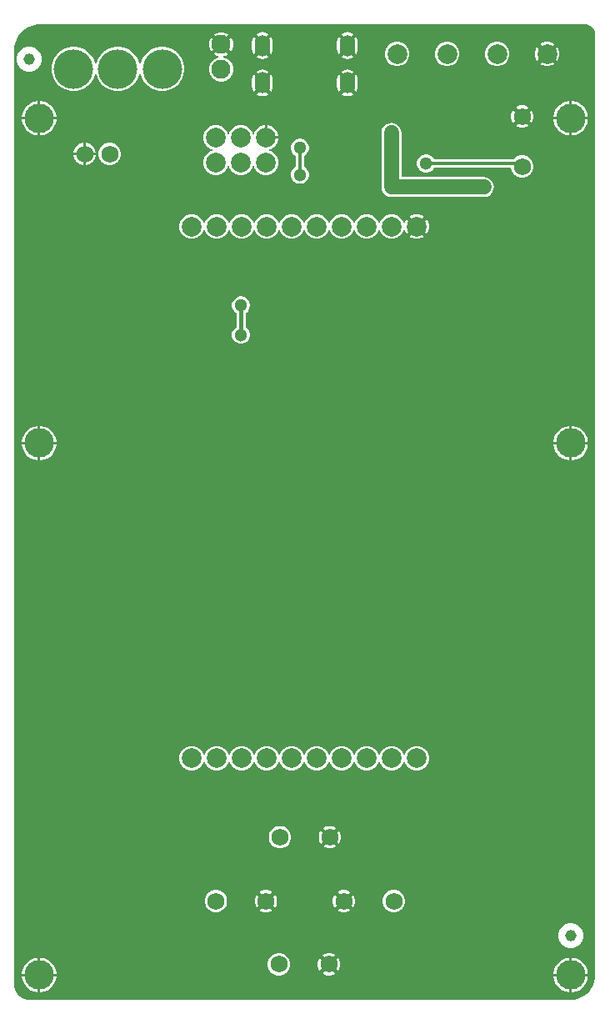
<source format=gbr>
%TF.GenerationSoftware,Altium Limited,Altium Designer,24.0.1 (36)*%
G04 Layer_Physical_Order=2*
G04 Layer_Color=16711680*
%FSLAX45Y45*%
%MOMM*%
%TF.SameCoordinates,EF88BD92-104B-4C59-846E-D9FF23BA8C3F*%
%TF.FilePolarity,Positive*%
%TF.FileFunction,Copper,L2,Bot,Signal*%
%TF.Part,Single*%
G01*
G75*
%TA.AperFunction,Conductor*%
%ADD23C,0.30000*%
%ADD24C,1.50000*%
%ADD25C,0.40000*%
%TA.AperFunction,WasherPad*%
%ADD26C,1.15200*%
%TA.AperFunction,ComponentPad*%
%ADD27C,1.75000*%
%TA.AperFunction,ViaPad*%
%ADD28C,3.00000*%
%TA.AperFunction,ComponentPad*%
%ADD29C,2.00000*%
%ADD30C,1.95000*%
%ADD31O,1.60000X2.20000*%
%ADD32C,4.00000*%
%TA.AperFunction,ViaPad*%
%ADD33C,1.30000*%
G36*
X5879169Y9946157D02*
X5897368Y9938619D01*
X5913746Y9927675D01*
X5927675Y9913746D01*
X5938619Y9897368D01*
X5946157Y9879169D01*
X5950000Y9859849D01*
Y9850000D01*
Y300000D01*
Y275377D01*
X5940392Y227078D01*
X5921547Y181580D01*
X5894188Y140634D01*
X5859366Y105812D01*
X5818419Y78453D01*
X5772922Y59607D01*
X5724623Y50000D01*
X185226D01*
X156247Y55764D01*
X128948Y67071D01*
X104381Y83487D01*
X83487Y104381D01*
X67071Y128948D01*
X55764Y156247D01*
X50000Y185226D01*
Y200000D01*
Y9700000D01*
Y9724623D01*
X59607Y9772922D01*
X78453Y9818419D01*
X105812Y9859366D01*
X140634Y9894187D01*
X181580Y9921547D01*
X227078Y9940392D01*
X275377Y9950000D01*
X5859849D01*
X5879169Y9946157D01*
D02*
G37*
%LPC*%
G36*
X3432000Y9874310D02*
X3404485Y9870687D01*
X3378845Y9860067D01*
X3372832Y9855453D01*
X3432000Y9796284D01*
X3491169Y9855452D01*
X3485154Y9860067D01*
X3459515Y9870687D01*
X3432000Y9874310D01*
D02*
G37*
G36*
X2568000D02*
X2540485Y9870687D01*
X2514845Y9860067D01*
X2508832Y9855453D01*
X2568000Y9796284D01*
X2627169Y9855452D01*
X2621155Y9860067D01*
X2595515Y9870687D01*
X2568000Y9874310D01*
D02*
G37*
G36*
X2166180Y9872900D02*
X2133820D01*
X2102562Y9864525D01*
X2077963Y9850322D01*
X2150000Y9778285D01*
X2222037Y9850322D01*
X2197438Y9864525D01*
X2166180Y9872900D01*
D02*
G37*
G36*
X5477509Y9777400D02*
X5444491D01*
X5412598Y9768854D01*
X5387132Y9754152D01*
X5461000Y9680284D01*
X5534868Y9754152D01*
X5509402Y9768854D01*
X5477509Y9777400D01*
D02*
G37*
G36*
X2250322Y9822038D02*
X2178285Y9750001D01*
X2250322Y9677963D01*
X2264525Y9702563D01*
X2272900Y9733820D01*
Y9766180D01*
X2264525Y9797438D01*
X2250322Y9822038D01*
D02*
G37*
G36*
X2049678D02*
X2035475Y9797438D01*
X2027100Y9766180D01*
Y9733820D01*
X2035475Y9702563D01*
X2049678Y9677963D01*
X2121716Y9750001D01*
X2049678Y9822038D01*
D02*
G37*
G36*
X3344547Y9827168D02*
X3339933Y9821155D01*
X3329313Y9795515D01*
X3325690Y9768000D01*
Y9708000D01*
X3329313Y9680485D01*
X3339933Y9654845D01*
X3344548Y9648831D01*
X3417858Y9722142D01*
X3432000Y9707999D01*
X3446142Y9722142D01*
X3519452Y9648832D01*
X3524066Y9654845D01*
X3534687Y9680485D01*
X3538309Y9708000D01*
Y9768000D01*
X3534687Y9795515D01*
X3524066Y9821155D01*
X3519453Y9827168D01*
X3446142Y9753858D01*
X3432000Y9768000D01*
X3417858Y9753858D01*
X3344547Y9827168D01*
D02*
G37*
G36*
X2480547D02*
X2475933Y9821155D01*
X2465313Y9795515D01*
X2461691Y9768000D01*
Y9708000D01*
X2465313Y9680485D01*
X2475933Y9654845D01*
X2480548Y9648831D01*
X2553858Y9722142D01*
X2568000Y9707999D01*
X2582143Y9722142D01*
X2655452Y9648832D01*
X2660067Y9654845D01*
X2670687Y9680485D01*
X2674309Y9708000D01*
Y9768000D01*
X2670687Y9795515D01*
X2660067Y9821155D01*
X2655453Y9827168D01*
X2582143Y9753858D01*
X2568000Y9768000D01*
X2553858Y9753858D01*
X2480547Y9827168D01*
D02*
G37*
G36*
X3432000Y9679715D02*
X3372832Y9620547D01*
X3378845Y9615933D01*
X3404485Y9605313D01*
X3432000Y9601690D01*
X3459515Y9605313D01*
X3485154Y9615933D01*
X3491168Y9620547D01*
X3432000Y9679715D01*
D02*
G37*
G36*
X2568000D02*
X2508833Y9620547D01*
X2514845Y9615933D01*
X2540485Y9605313D01*
X2568000Y9601690D01*
X2595515Y9605313D01*
X2621155Y9615933D01*
X2627168Y9620547D01*
X2568000Y9679715D01*
D02*
G37*
G36*
X5563152Y9725868D02*
X5489284Y9652000D01*
X5563152Y9578132D01*
X5577854Y9603598D01*
X5586400Y9635491D01*
Y9668509D01*
X5577854Y9700402D01*
X5563152Y9725868D01*
D02*
G37*
G36*
X5358848Y9725868D02*
X5344146Y9700402D01*
X5335600Y9668509D01*
Y9635491D01*
X5344146Y9603598D01*
X5358848Y9578132D01*
X5432716Y9652000D01*
X5358848Y9725868D01*
D02*
G37*
G36*
X1572200Y9725400D02*
X1527800D01*
X1484254Y9716738D01*
X1443233Y9699747D01*
X1406316Y9675080D01*
X1374921Y9643684D01*
X1350253Y9606767D01*
X1333262Y9565747D01*
X1331350Y9556134D01*
X1318650D01*
X1316738Y9565747D01*
X1299747Y9606767D01*
X1275080Y9643684D01*
X1243684Y9675080D01*
X1206767Y9699747D01*
X1165747Y9716738D01*
X1122200Y9725400D01*
X1077800D01*
X1034253Y9716738D01*
X993233Y9699747D01*
X956316Y9675080D01*
X924920Y9643684D01*
X900253Y9606767D01*
X883262Y9565747D01*
X881350Y9556134D01*
X868650D01*
X866738Y9565747D01*
X849747Y9606767D01*
X825080Y9643684D01*
X793684Y9675080D01*
X756767Y9699747D01*
X715747Y9716738D01*
X672200Y9725400D01*
X627800D01*
X584253Y9716738D01*
X543233Y9699747D01*
X506316Y9675080D01*
X474920Y9643684D01*
X450253Y9606767D01*
X433262Y9565747D01*
X424600Y9522200D01*
Y9477800D01*
X433262Y9434253D01*
X450253Y9393233D01*
X474920Y9356316D01*
X506316Y9324920D01*
X543233Y9300253D01*
X584253Y9283262D01*
X627800Y9274600D01*
X672200D01*
X715747Y9283262D01*
X756767Y9300253D01*
X793684Y9324920D01*
X825080Y9356316D01*
X849747Y9393233D01*
X866738Y9434253D01*
X868650Y9443866D01*
X881350D01*
X883262Y9434253D01*
X900253Y9393233D01*
X924920Y9356316D01*
X956316Y9324920D01*
X993233Y9300253D01*
X1034253Y9283262D01*
X1077800Y9274600D01*
X1122200D01*
X1165747Y9283262D01*
X1206767Y9300253D01*
X1243684Y9324920D01*
X1275080Y9356316D01*
X1299747Y9393233D01*
X1316738Y9434253D01*
X1318650Y9443866D01*
X1331350D01*
X1333262Y9434253D01*
X1350253Y9393233D01*
X1374921Y9356316D01*
X1406316Y9324920D01*
X1443233Y9300253D01*
X1484254Y9283262D01*
X1527800Y9274600D01*
X1572200D01*
X1615747Y9283262D01*
X1656767Y9300253D01*
X1693684Y9324920D01*
X1725080Y9356316D01*
X1749747Y9393233D01*
X1766738Y9434253D01*
X1775400Y9477800D01*
Y9522200D01*
X1766738Y9565747D01*
X1749747Y9606767D01*
X1725080Y9643684D01*
X1693684Y9675080D01*
X1656767Y9699747D01*
X1615747Y9716738D01*
X1572200Y9725400D01*
D02*
G37*
G36*
X5461000Y9623716D02*
X5387132Y9549848D01*
X5412598Y9535146D01*
X5444491Y9526600D01*
X5477509D01*
X5509402Y9535146D01*
X5534868Y9549848D01*
X5461000Y9623716D01*
D02*
G37*
G36*
X4969509Y9777400D02*
X4936491D01*
X4904598Y9768854D01*
X4876003Y9752345D01*
X4852655Y9728997D01*
X4836146Y9700402D01*
X4827600Y9668509D01*
Y9635491D01*
X4836146Y9603598D01*
X4852655Y9575003D01*
X4876003Y9551655D01*
X4904598Y9535146D01*
X4936491Y9526600D01*
X4969509D01*
X5001402Y9535146D01*
X5029997Y9551655D01*
X5053345Y9575003D01*
X5069854Y9603598D01*
X5078400Y9635491D01*
Y9668509D01*
X5069854Y9700402D01*
X5053345Y9728997D01*
X5029997Y9752345D01*
X5001402Y9768854D01*
X4969509Y9777400D01*
D02*
G37*
G36*
X4461509D02*
X4428491D01*
X4396598Y9768854D01*
X4368003Y9752345D01*
X4344655Y9728997D01*
X4328146Y9700402D01*
X4319600Y9668509D01*
Y9635491D01*
X4328146Y9603598D01*
X4344655Y9575003D01*
X4368003Y9551655D01*
X4396598Y9535146D01*
X4428491Y9526600D01*
X4461509D01*
X4493402Y9535146D01*
X4521997Y9551655D01*
X4545345Y9575003D01*
X4561854Y9603598D01*
X4570400Y9635491D01*
Y9668509D01*
X4561854Y9700402D01*
X4545345Y9728997D01*
X4521997Y9752345D01*
X4493402Y9768854D01*
X4461509Y9777400D01*
D02*
G37*
G36*
X3953509D02*
X3920491D01*
X3888598Y9768854D01*
X3860003Y9752345D01*
X3836655Y9728997D01*
X3820146Y9700402D01*
X3811600Y9668509D01*
Y9635491D01*
X3820146Y9603598D01*
X3836655Y9575003D01*
X3860003Y9551655D01*
X3888598Y9535146D01*
X3920491Y9526600D01*
X3953509D01*
X3985402Y9535146D01*
X4013997Y9551655D01*
X4037345Y9575003D01*
X4053854Y9603598D01*
X4062400Y9635491D01*
Y9668509D01*
X4053854Y9700402D01*
X4037345Y9728997D01*
X4013997Y9752345D01*
X3985402Y9768854D01*
X3953509Y9777400D01*
D02*
G37*
G36*
X216509Y9725400D02*
X183491D01*
X151598Y9716854D01*
X123003Y9700345D01*
X99655Y9676997D01*
X83146Y9648403D01*
X74600Y9616509D01*
Y9583491D01*
X83146Y9551598D01*
X99655Y9523003D01*
X123003Y9499655D01*
X151598Y9483146D01*
X183491Y9474600D01*
X216509D01*
X248403Y9483146D01*
X276997Y9499655D01*
X300345Y9523003D01*
X316854Y9551598D01*
X325400Y9583491D01*
Y9616509D01*
X316854Y9648403D01*
X300345Y9676997D01*
X276997Y9700345D01*
X248403Y9716854D01*
X216509Y9725400D01*
D02*
G37*
G36*
X3432000Y9494310D02*
X3404485Y9490687D01*
X3378845Y9480067D01*
X3372832Y9475453D01*
X3431999Y9416285D01*
X3491168Y9475453D01*
X3485155Y9480067D01*
X3459515Y9490687D01*
X3432000Y9494310D01*
D02*
G37*
G36*
X2568000D02*
X2540485Y9490687D01*
X2514845Y9480067D01*
X2508832Y9475453D01*
X2568000Y9416285D01*
X2627168Y9475453D01*
X2621155Y9480067D01*
X2595515Y9490687D01*
X2568000Y9494310D01*
D02*
G37*
G36*
X3519452Y9447169D02*
X3446142Y9373858D01*
X3431999Y9388001D01*
X3417857Y9373858D01*
X3344547Y9447168D01*
X3339933Y9441155D01*
X3329313Y9415515D01*
X3325690Y9388000D01*
Y9328000D01*
X3329313Y9300485D01*
X3339933Y9274845D01*
X3344547Y9268832D01*
X3417857Y9342142D01*
X3431999Y9328000D01*
X3446142Y9342142D01*
X3519452Y9268832D01*
X3524066Y9274845D01*
X3534687Y9300485D01*
X3538309Y9328000D01*
Y9388000D01*
X3534687Y9415515D01*
X3524066Y9441155D01*
X3519452Y9447169D01*
D02*
G37*
G36*
X2655452D02*
X2582142Y9373858D01*
X2568000Y9388001D01*
X2553857Y9373858D01*
X2480547Y9447168D01*
X2475933Y9441155D01*
X2465313Y9415515D01*
X2461691Y9388000D01*
Y9328000D01*
X2465313Y9300485D01*
X2475933Y9274845D01*
X2480547Y9268832D01*
X2553857Y9342142D01*
X2568000Y9328000D01*
X2582142Y9342142D01*
X2655452Y9268832D01*
X2660067Y9274845D01*
X2670687Y9300485D01*
X2674309Y9328000D01*
Y9388000D01*
X2670687Y9415515D01*
X2660067Y9441155D01*
X2655452Y9447169D01*
D02*
G37*
G36*
X2150000Y9721716D02*
X2077962Y9649678D01*
X2102562Y9635476D01*
X2124587Y9629574D01*
Y9616426D01*
X2102562Y9610525D01*
X2074538Y9594345D01*
X2051656Y9571462D01*
X2035475Y9543438D01*
X2027100Y9512180D01*
Y9479820D01*
X2035475Y9448563D01*
X2051656Y9420538D01*
X2074538Y9397656D01*
X2102562Y9381476D01*
X2133820Y9373100D01*
X2166180D01*
X2197438Y9381476D01*
X2225462Y9397656D01*
X2248344Y9420538D01*
X2264525Y9448563D01*
X2272900Y9479820D01*
Y9512180D01*
X2264525Y9543438D01*
X2248344Y9571462D01*
X2225462Y9594345D01*
X2197438Y9610525D01*
X2175413Y9616426D01*
Y9629574D01*
X2197438Y9635476D01*
X2222038Y9649679D01*
X2150000Y9721716D01*
D02*
G37*
G36*
X3431999Y9299716D02*
X3372831Y9240547D01*
X3378845Y9235933D01*
X3404485Y9225313D01*
X3432000Y9221690D01*
X3459515Y9225313D01*
X3485155Y9235933D01*
X3491168Y9240547D01*
X3431999Y9299716D01*
D02*
G37*
G36*
X2568000D02*
X2508832Y9240547D01*
X2514845Y9235933D01*
X2540485Y9225313D01*
X2568000Y9221690D01*
X2595515Y9225313D01*
X2621155Y9235933D01*
X2627168Y9240547D01*
X2568000Y9299716D01*
D02*
G37*
G36*
X5221864Y9129900D02*
X5192136D01*
X5163422Y9122206D01*
X5142284Y9110002D01*
X5207000Y9045285D01*
X5271717Y9110001D01*
X5250578Y9122206D01*
X5221864Y9129900D01*
D02*
G37*
G36*
X5717275Y9175400D02*
X5712700D01*
Y9012700D01*
X5875400D01*
Y9017275D01*
X5868659Y9051162D01*
X5855437Y9083083D01*
X5836242Y9111811D01*
X5811811Y9136242D01*
X5783083Y9155437D01*
X5751162Y9168659D01*
X5717275Y9175400D01*
D02*
G37*
G36*
X5687300D02*
X5682725D01*
X5648838Y9168659D01*
X5616917Y9155437D01*
X5588189Y9136242D01*
X5563758Y9111811D01*
X5544563Y9083083D01*
X5531341Y9051162D01*
X5524600Y9017275D01*
Y9012700D01*
X5687300D01*
Y9175400D01*
D02*
G37*
G36*
X317275D02*
X312700D01*
Y9012700D01*
X475400D01*
Y9017275D01*
X468659Y9051162D01*
X455437Y9083083D01*
X436242Y9111811D01*
X411811Y9136242D01*
X383083Y9155437D01*
X351162Y9168659D01*
X317275Y9175400D01*
D02*
G37*
G36*
X287300D02*
X282725D01*
X248838Y9168659D01*
X216917Y9155437D01*
X188189Y9136242D01*
X163758Y9111811D01*
X144563Y9083083D01*
X131341Y9051162D01*
X124600Y9017275D01*
Y9012700D01*
X287300D01*
Y9175400D01*
D02*
G37*
G36*
X5300001Y9081717D02*
X5235285Y9017001D01*
X5300002Y8952284D01*
X5312206Y8973422D01*
X5319900Y9002136D01*
Y9031864D01*
X5312206Y9060578D01*
X5300001Y9081717D01*
D02*
G37*
G36*
X5113999Y9081717D02*
X5101794Y9060578D01*
X5094100Y9031864D01*
Y9002136D01*
X5101794Y8973422D01*
X5113999Y8952283D01*
X5178716Y9017001D01*
X5113999Y9081717D01*
D02*
G37*
G36*
X5207000Y8988716D02*
X5142283Y8923999D01*
X5163422Y8911794D01*
X5192136Y8904100D01*
X5221864D01*
X5250578Y8911794D01*
X5271717Y8923999D01*
X5207000Y8988716D01*
D02*
G37*
G36*
X2591300Y8929400D02*
X2587491D01*
X2555598Y8920854D01*
X2527003Y8904345D01*
X2503655Y8880997D01*
X2487146Y8852402D01*
X2483574Y8839073D01*
X2470426D01*
X2466854Y8852402D01*
X2450345Y8880997D01*
X2426997Y8904345D01*
X2398403Y8920854D01*
X2366509Y8929400D01*
X2333491D01*
X2301598Y8920854D01*
X2273003Y8904345D01*
X2249655Y8880997D01*
X2233146Y8852402D01*
X2229574Y8839073D01*
X2216426D01*
X2212854Y8852402D01*
X2196345Y8880997D01*
X2172997Y8904345D01*
X2144403Y8920854D01*
X2112509Y8929400D01*
X2079491D01*
X2047598Y8920854D01*
X2019003Y8904345D01*
X1995655Y8880997D01*
X1979146Y8852402D01*
X1970600Y8820509D01*
Y8787491D01*
X1979146Y8755597D01*
X1995655Y8727003D01*
X2019003Y8703655D01*
X2047598Y8687146D01*
X2060927Y8683574D01*
Y8670426D01*
X2047598Y8666854D01*
X2019003Y8650345D01*
X1995655Y8626997D01*
X1979146Y8598402D01*
X1970600Y8566509D01*
Y8533491D01*
X1979146Y8501597D01*
X1995655Y8473003D01*
X2019003Y8449655D01*
X2047598Y8433146D01*
X2079491Y8424600D01*
X2112509D01*
X2144403Y8433146D01*
X2172997Y8449655D01*
X2196345Y8473003D01*
X2212854Y8501597D01*
X2216426Y8514927D01*
X2229574D01*
X2233146Y8501597D01*
X2249655Y8473003D01*
X2273003Y8449655D01*
X2301598Y8433146D01*
X2333491Y8424600D01*
X2366509D01*
X2398403Y8433146D01*
X2426997Y8449655D01*
X2450345Y8473003D01*
X2466854Y8501597D01*
X2470426Y8514927D01*
X2483574D01*
X2487146Y8501597D01*
X2503655Y8473003D01*
X2527003Y8449655D01*
X2555598Y8433146D01*
X2587491Y8424600D01*
X2620509D01*
X2652403Y8433146D01*
X2680997Y8449655D01*
X2704345Y8473003D01*
X2720854Y8501597D01*
X2729400Y8533491D01*
Y8566509D01*
X2720854Y8598402D01*
X2704345Y8626997D01*
X2680997Y8650345D01*
X2652403Y8666854D01*
X2639073Y8670426D01*
Y8683574D01*
X2652403Y8687146D01*
X2680997Y8703655D01*
X2704345Y8727003D01*
X2720854Y8755597D01*
X2729400Y8787491D01*
Y8791300D01*
X2604000D01*
Y8804000D01*
X2591300D01*
Y8929400D01*
D02*
G37*
G36*
X5875400Y8987300D02*
X5712700D01*
Y8824600D01*
X5717275D01*
X5751162Y8831341D01*
X5783083Y8844563D01*
X5811811Y8863758D01*
X5836242Y8888189D01*
X5855437Y8916917D01*
X5868659Y8948838D01*
X5875400Y8982725D01*
Y8987300D01*
D02*
G37*
G36*
X5687300D02*
X5524600D01*
Y8982725D01*
X5531341Y8948838D01*
X5544563Y8916917D01*
X5563758Y8888189D01*
X5588189Y8863758D01*
X5616917Y8844563D01*
X5648838Y8831341D01*
X5682725Y8824600D01*
X5687300D01*
Y8987300D01*
D02*
G37*
G36*
X475400D02*
X312700D01*
Y8824600D01*
X317275D01*
X351162Y8831341D01*
X383083Y8844563D01*
X411811Y8863758D01*
X436242Y8888189D01*
X455437Y8916917D01*
X468659Y8948838D01*
X475400Y8982725D01*
Y8987300D01*
D02*
G37*
G36*
X287300D02*
X124600D01*
Y8982725D01*
X131341Y8948838D01*
X144563Y8916917D01*
X163758Y8888189D01*
X188189Y8863758D01*
X216917Y8844563D01*
X248838Y8831341D01*
X282725Y8824600D01*
X287300D01*
Y8987300D01*
D02*
G37*
G36*
X2620509Y8929400D02*
X2616700D01*
Y8816700D01*
X2729400D01*
Y8820509D01*
X2720854Y8852402D01*
X2704345Y8880997D01*
X2680997Y8904345D01*
X2652403Y8920854D01*
X2620509Y8929400D01*
D02*
G37*
G36*
X776864Y8748900D02*
X774700D01*
Y8648701D01*
X874900D01*
Y8650864D01*
X867206Y8679578D01*
X852342Y8705322D01*
X831322Y8726342D01*
X805578Y8741206D01*
X776864Y8748900D01*
D02*
G37*
G36*
X749300D02*
X747136D01*
X718422Y8741206D01*
X692678Y8726342D01*
X671658Y8705322D01*
X656794Y8679578D01*
X649100Y8650864D01*
Y8648701D01*
X749300D01*
Y8748900D01*
D02*
G37*
G36*
X1030864D02*
X1001136D01*
X972422Y8741206D01*
X946678Y8726342D01*
X925658Y8705322D01*
X910794Y8679578D01*
X903100Y8650864D01*
Y8621136D01*
X910794Y8592422D01*
X925658Y8566678D01*
X946678Y8545658D01*
X972422Y8530794D01*
X1001136Y8523100D01*
X1030864D01*
X1059578Y8530794D01*
X1085322Y8545658D01*
X1106342Y8566678D01*
X1121206Y8592422D01*
X1128900Y8621136D01*
Y8650864D01*
X1121206Y8679578D01*
X1106342Y8705322D01*
X1085322Y8726342D01*
X1059578Y8741206D01*
X1030864Y8748900D01*
D02*
G37*
G36*
X874900Y8623301D02*
X774700D01*
Y8523100D01*
X776864D01*
X805578Y8530794D01*
X831322Y8545658D01*
X852342Y8566678D01*
X867206Y8592422D01*
X874900Y8621136D01*
Y8623301D01*
D02*
G37*
G36*
X749300D02*
X649100D01*
Y8621136D01*
X656794Y8592422D01*
X671658Y8566678D01*
X692678Y8545658D01*
X718422Y8530794D01*
X747136Y8523100D01*
X749300D01*
Y8623301D01*
D02*
G37*
G36*
X4241901Y8630400D02*
X4218098D01*
X4195107Y8624239D01*
X4174493Y8612338D01*
X4157662Y8595507D01*
X4145761Y8574893D01*
X4139600Y8551901D01*
Y8528099D01*
X4145761Y8505107D01*
X4157662Y8484493D01*
X4174493Y8467662D01*
X4195107Y8455761D01*
X4218098Y8449600D01*
X4241901D01*
X4264893Y8455761D01*
X4285507Y8467662D01*
X4302338Y8484493D01*
X4310603Y8498809D01*
X5094100D01*
Y8494136D01*
X5101794Y8465422D01*
X5116658Y8439678D01*
X5137678Y8418658D01*
X5163422Y8403794D01*
X5192136Y8396100D01*
X5221864D01*
X5250578Y8403794D01*
X5276322Y8418658D01*
X5297342Y8439678D01*
X5312206Y8465422D01*
X5319900Y8494136D01*
Y8523864D01*
X5312206Y8552578D01*
X5297342Y8578322D01*
X5276322Y8599342D01*
X5250578Y8614206D01*
X5221864Y8621900D01*
X5192136D01*
X5163422Y8614206D01*
X5137678Y8599342D01*
X5119095Y8580760D01*
X5116926Y8581191D01*
X4310603D01*
X4302338Y8595507D01*
X4285507Y8612338D01*
X4264893Y8624239D01*
X4241901Y8630400D01*
D02*
G37*
G36*
X2961901Y8790400D02*
X2938099D01*
X2915107Y8784239D01*
X2894493Y8772338D01*
X2877662Y8755507D01*
X2865761Y8734893D01*
X2859600Y8711902D01*
Y8688099D01*
X2865761Y8665107D01*
X2877662Y8644493D01*
X2894493Y8627662D01*
X2908809Y8619397D01*
Y8505603D01*
X2894493Y8497338D01*
X2877662Y8480507D01*
X2865761Y8459893D01*
X2859600Y8436901D01*
Y8413098D01*
X2865761Y8390107D01*
X2877662Y8369493D01*
X2894493Y8352662D01*
X2915107Y8340761D01*
X2938099Y8334600D01*
X2961901D01*
X2984893Y8340761D01*
X3005507Y8352662D01*
X3022338Y8369493D01*
X3034239Y8390107D01*
X3040400Y8413098D01*
Y8436901D01*
X3034239Y8459893D01*
X3022338Y8480507D01*
X3005507Y8497338D01*
X2991191Y8505603D01*
Y8619397D01*
X3005507Y8627662D01*
X3022338Y8644493D01*
X3034239Y8665107D01*
X3040400Y8688099D01*
Y8711902D01*
X3034239Y8734893D01*
X3022338Y8755507D01*
X3005507Y8772338D01*
X2984893Y8784239D01*
X2961901Y8790400D01*
D02*
G37*
G36*
X3880000Y8951266D02*
X3853790Y8947816D01*
X3829367Y8937699D01*
X3808394Y8921606D01*
X3792301Y8900633D01*
X3782184Y8876210D01*
X3778734Y8850000D01*
Y8300000D01*
X3782184Y8273790D01*
X3792301Y8249367D01*
X3808394Y8228394D01*
X3829367Y8212301D01*
X3853790Y8202184D01*
X3880000Y8198734D01*
X3880999Y8198865D01*
X3882000Y8198733D01*
X3882002Y8198734D01*
X4820000D01*
X4846210Y8202184D01*
X4870633Y8212301D01*
X4891606Y8228394D01*
X4907699Y8249367D01*
X4917816Y8273790D01*
X4921266Y8300000D01*
X4917816Y8326210D01*
X4907699Y8350633D01*
X4891606Y8371606D01*
X4870633Y8387699D01*
X4846210Y8397816D01*
X4820000Y8401266D01*
X3981266D01*
Y8850000D01*
X3977816Y8876210D01*
X3967699Y8900633D01*
X3951606Y8921606D01*
X3930633Y8937699D01*
X3906210Y8947816D01*
X3880000Y8951266D01*
D02*
G37*
G36*
X3898509Y8025401D02*
X3865491D01*
X3833598Y8016855D01*
X3805003Y8000346D01*
X3781655Y7976999D01*
X3765146Y7948404D01*
X3761574Y7935074D01*
X3748426D01*
X3744854Y7948404D01*
X3728345Y7976999D01*
X3704997Y8000346D01*
X3676403Y8016855D01*
X3644509Y8025401D01*
X3611491D01*
X3579598Y8016855D01*
X3551003Y8000346D01*
X3527655Y7976999D01*
X3511146Y7948404D01*
X3507574Y7935074D01*
X3494426D01*
X3490854Y7948404D01*
X3474345Y7976999D01*
X3450997Y8000346D01*
X3422403Y8016855D01*
X3390509Y8025401D01*
X3357491D01*
X3325598Y8016855D01*
X3297003Y8000346D01*
X3273655Y7976999D01*
X3257146Y7948404D01*
X3253574Y7935074D01*
X3240426D01*
X3236854Y7948404D01*
X3220345Y7976999D01*
X3196997Y8000346D01*
X3168403Y8016855D01*
X3136509Y8025401D01*
X3103491D01*
X3071598Y8016855D01*
X3043003Y8000346D01*
X3019655Y7976999D01*
X3003146Y7948404D01*
X2999574Y7935074D01*
X2986426D01*
X2982854Y7948404D01*
X2966345Y7976999D01*
X2942997Y8000346D01*
X2914403Y8016855D01*
X2882509Y8025401D01*
X2849491D01*
X2817598Y8016855D01*
X2789003Y8000346D01*
X2765655Y7976999D01*
X2749146Y7948404D01*
X2745574Y7935074D01*
X2732426D01*
X2728854Y7948404D01*
X2712345Y7976999D01*
X2688997Y8000346D01*
X2660403Y8016855D01*
X2628509Y8025401D01*
X2595491D01*
X2563598Y8016855D01*
X2535003Y8000346D01*
X2511655Y7976999D01*
X2495146Y7948404D01*
X2491574Y7935074D01*
X2478426D01*
X2474854Y7948404D01*
X2458345Y7976999D01*
X2434997Y8000346D01*
X2406403Y8016855D01*
X2374509Y8025401D01*
X2341491D01*
X2309598Y8016855D01*
X2281003Y8000346D01*
X2257655Y7976999D01*
X2241146Y7948404D01*
X2237574Y7935074D01*
X2224426D01*
X2220854Y7948404D01*
X2204345Y7976999D01*
X2180997Y8000346D01*
X2152403Y8016855D01*
X2120509Y8025401D01*
X2087491D01*
X2055598Y8016855D01*
X2027003Y8000346D01*
X2003655Y7976999D01*
X1987146Y7948404D01*
X1983574Y7935074D01*
X1970426D01*
X1966854Y7948404D01*
X1950345Y7976999D01*
X1926997Y8000346D01*
X1898403Y8016855D01*
X1866509Y8025401D01*
X1833491D01*
X1801598Y8016855D01*
X1773003Y8000346D01*
X1749655Y7976999D01*
X1733146Y7948404D01*
X1724600Y7916510D01*
Y7883492D01*
X1733146Y7851599D01*
X1749655Y7823004D01*
X1773003Y7799656D01*
X1801598Y7783147D01*
X1833491Y7774601D01*
X1866509D01*
X1898403Y7783147D01*
X1926997Y7799656D01*
X1950345Y7823004D01*
X1966854Y7851599D01*
X1970426Y7864928D01*
X1983574D01*
X1987146Y7851599D01*
X2003655Y7823004D01*
X2027003Y7799656D01*
X2055598Y7783147D01*
X2087491Y7774601D01*
X2120509D01*
X2152403Y7783147D01*
X2180997Y7799656D01*
X2204345Y7823004D01*
X2220854Y7851599D01*
X2224426Y7864928D01*
X2237574D01*
X2241146Y7851599D01*
X2257655Y7823004D01*
X2281003Y7799656D01*
X2309598Y7783147D01*
X2341491Y7774601D01*
X2374509D01*
X2406403Y7783147D01*
X2434997Y7799656D01*
X2458345Y7823004D01*
X2474854Y7851599D01*
X2478426Y7864928D01*
X2491574D01*
X2495146Y7851599D01*
X2511655Y7823004D01*
X2535003Y7799656D01*
X2563598Y7783147D01*
X2595491Y7774601D01*
X2628509D01*
X2660403Y7783147D01*
X2688997Y7799656D01*
X2712345Y7823004D01*
X2728854Y7851599D01*
X2732426Y7864928D01*
X2745574D01*
X2749146Y7851599D01*
X2765655Y7823004D01*
X2789003Y7799656D01*
X2817598Y7783147D01*
X2849491Y7774601D01*
X2882509D01*
X2914403Y7783147D01*
X2942997Y7799656D01*
X2966345Y7823004D01*
X2982854Y7851599D01*
X2986426Y7864928D01*
X2999574D01*
X3003146Y7851599D01*
X3019655Y7823004D01*
X3043003Y7799656D01*
X3071598Y7783147D01*
X3103491Y7774601D01*
X3136509D01*
X3168403Y7783147D01*
X3196997Y7799656D01*
X3220345Y7823004D01*
X3236854Y7851599D01*
X3240426Y7864928D01*
X3253574D01*
X3257146Y7851599D01*
X3273655Y7823004D01*
X3297003Y7799656D01*
X3325598Y7783147D01*
X3357491Y7774601D01*
X3390509D01*
X3422403Y7783147D01*
X3450997Y7799656D01*
X3474345Y7823004D01*
X3490854Y7851599D01*
X3494426Y7864928D01*
X3507574D01*
X3511146Y7851599D01*
X3527655Y7823004D01*
X3551003Y7799656D01*
X3579598Y7783147D01*
X3611491Y7774601D01*
X3644509D01*
X3676403Y7783147D01*
X3704997Y7799656D01*
X3728345Y7823004D01*
X3744854Y7851599D01*
X3748426Y7864928D01*
X3761574D01*
X3765146Y7851599D01*
X3781655Y7823004D01*
X3805003Y7799656D01*
X3833598Y7783147D01*
X3865491Y7774601D01*
X3898509D01*
X3930403Y7783147D01*
X3958997Y7799656D01*
X3982345Y7823004D01*
X3998854Y7851599D01*
X4002426Y7864928D01*
X4015574D01*
X4019146Y7851599D01*
X4033849Y7826133D01*
X4107716Y7900000D01*
X4033848Y7973868D01*
X4019146Y7948404D01*
X4015574Y7935074D01*
X4002426D01*
X3998854Y7948404D01*
X3982345Y7976999D01*
X3958997Y8000346D01*
X3930403Y8016855D01*
X3898509Y8025401D01*
D02*
G37*
G36*
X4152509D02*
X4119491D01*
X4087598Y8016855D01*
X4062132Y8002153D01*
X4136001Y7928285D01*
X4209869Y8002153D01*
X4184403Y8016855D01*
X4152509Y8025401D01*
D02*
G37*
G36*
X4238153Y7973868D02*
X4164285Y7900000D01*
X4238152Y7826133D01*
X4252854Y7851599D01*
X4261400Y7883492D01*
Y7916510D01*
X4252854Y7948404D01*
X4238153Y7973868D01*
D02*
G37*
G36*
X4136001Y7871716D02*
X4062134Y7797849D01*
X4087598Y7783147D01*
X4119491Y7774601D01*
X4152509D01*
X4184403Y7783147D01*
X4209867Y7797849D01*
X4136001Y7871716D01*
D02*
G37*
G36*
X2361902Y7190400D02*
X2338099D01*
X2315107Y7184239D01*
X2294493Y7172338D01*
X2277662Y7155507D01*
X2265761Y7134893D01*
X2259600Y7111901D01*
Y7088099D01*
X2265761Y7065107D01*
X2277662Y7044493D01*
X2294493Y7027662D01*
X2303711Y7022341D01*
Y6877660D01*
X2294493Y6872338D01*
X2277662Y6855507D01*
X2265761Y6834893D01*
X2259600Y6811902D01*
Y6788099D01*
X2265761Y6765107D01*
X2277662Y6744493D01*
X2294493Y6727662D01*
X2315107Y6715761D01*
X2338099Y6709600D01*
X2361902D01*
X2384893Y6715761D01*
X2405507Y6727662D01*
X2422338Y6744493D01*
X2434239Y6765107D01*
X2440400Y6788099D01*
Y6811902D01*
X2434239Y6834893D01*
X2422338Y6855507D01*
X2405507Y6872338D01*
X2396290Y6877660D01*
Y7022341D01*
X2405507Y7027662D01*
X2422338Y7044493D01*
X2434239Y7065107D01*
X2440400Y7088099D01*
Y7111901D01*
X2434239Y7134893D01*
X2422338Y7155507D01*
X2405507Y7172338D01*
X2384893Y7184239D01*
X2361902Y7190400D01*
D02*
G37*
G36*
X5717275Y5875400D02*
X5712700D01*
Y5712700D01*
X5875400D01*
Y5717275D01*
X5868659Y5751162D01*
X5855437Y5783083D01*
X5836242Y5811811D01*
X5811811Y5836242D01*
X5783083Y5855437D01*
X5751162Y5868659D01*
X5717275Y5875400D01*
D02*
G37*
G36*
X5687300D02*
X5682725D01*
X5648838Y5868659D01*
X5616917Y5855437D01*
X5588189Y5836242D01*
X5563758Y5811811D01*
X5544563Y5783083D01*
X5531341Y5751162D01*
X5524600Y5717275D01*
Y5712700D01*
X5687300D01*
Y5875400D01*
D02*
G37*
G36*
X317275D02*
X312700D01*
Y5712700D01*
X475400D01*
Y5717275D01*
X468659Y5751162D01*
X455437Y5783083D01*
X436242Y5811811D01*
X411811Y5836242D01*
X383083Y5855437D01*
X351162Y5868659D01*
X317275Y5875400D01*
D02*
G37*
G36*
X287300D02*
X282725D01*
X248838Y5868659D01*
X216917Y5855437D01*
X188189Y5836242D01*
X163758Y5811811D01*
X144563Y5783083D01*
X131341Y5751162D01*
X124600Y5717275D01*
Y5712700D01*
X287300D01*
Y5875400D01*
D02*
G37*
G36*
X5875400Y5687300D02*
X5712700D01*
Y5524600D01*
X5717275D01*
X5751162Y5531341D01*
X5783083Y5544563D01*
X5811811Y5563758D01*
X5836242Y5588189D01*
X5855437Y5616917D01*
X5868659Y5648838D01*
X5875400Y5682725D01*
Y5687300D01*
D02*
G37*
G36*
X5687300D02*
X5524600D01*
Y5682725D01*
X5531341Y5648838D01*
X5544563Y5616917D01*
X5563758Y5588189D01*
X5588189Y5563758D01*
X5616917Y5544563D01*
X5648838Y5531341D01*
X5682725Y5524600D01*
X5687300D01*
Y5687300D01*
D02*
G37*
G36*
X475400D02*
X312700D01*
Y5524600D01*
X317275D01*
X351162Y5531341D01*
X383083Y5544563D01*
X411811Y5563758D01*
X436242Y5588189D01*
X455437Y5616917D01*
X468659Y5648838D01*
X475400Y5682725D01*
Y5687300D01*
D02*
G37*
G36*
X287300D02*
X124600D01*
Y5682725D01*
X131341Y5648838D01*
X144563Y5616917D01*
X163758Y5588189D01*
X188189Y5563758D01*
X216917Y5544563D01*
X248838Y5531341D01*
X282725Y5524600D01*
X287300D01*
Y5687300D01*
D02*
G37*
G36*
X4152509Y2625401D02*
X4119491D01*
X4087598Y2616855D01*
X4059003Y2600346D01*
X4035655Y2576998D01*
X4019146Y2548404D01*
X4015574Y2535074D01*
X4002426D01*
X3998854Y2548404D01*
X3982345Y2576998D01*
X3958997Y2600346D01*
X3930403Y2616855D01*
X3898509Y2625401D01*
X3865491D01*
X3833598Y2616855D01*
X3805003Y2600346D01*
X3781655Y2576998D01*
X3765146Y2548404D01*
X3761574Y2535074D01*
X3748426D01*
X3744854Y2548404D01*
X3728345Y2576998D01*
X3704997Y2600346D01*
X3676403Y2616855D01*
X3644509Y2625401D01*
X3611491D01*
X3579598Y2616855D01*
X3551003Y2600346D01*
X3527655Y2576998D01*
X3511146Y2548404D01*
X3507574Y2535074D01*
X3494426D01*
X3490854Y2548404D01*
X3474345Y2576998D01*
X3450997Y2600346D01*
X3422403Y2616855D01*
X3390509Y2625401D01*
X3357491D01*
X3325598Y2616855D01*
X3297003Y2600346D01*
X3273655Y2576998D01*
X3257146Y2548404D01*
X3253574Y2535074D01*
X3240426D01*
X3236854Y2548404D01*
X3220345Y2576998D01*
X3196997Y2600346D01*
X3168403Y2616855D01*
X3136509Y2625401D01*
X3103491D01*
X3071598Y2616855D01*
X3043003Y2600346D01*
X3019655Y2576998D01*
X3003146Y2548404D01*
X2999574Y2535074D01*
X2986426D01*
X2982854Y2548404D01*
X2966345Y2576998D01*
X2942997Y2600346D01*
X2914403Y2616855D01*
X2882509Y2625401D01*
X2849491D01*
X2817598Y2616855D01*
X2789003Y2600346D01*
X2765655Y2576998D01*
X2749146Y2548404D01*
X2745574Y2535074D01*
X2732426D01*
X2728854Y2548404D01*
X2712345Y2576998D01*
X2688997Y2600346D01*
X2660403Y2616855D01*
X2628509Y2625401D01*
X2595491D01*
X2563598Y2616855D01*
X2535003Y2600346D01*
X2511655Y2576998D01*
X2495146Y2548404D01*
X2491574Y2535074D01*
X2478426D01*
X2474854Y2548404D01*
X2458345Y2576998D01*
X2434997Y2600346D01*
X2406403Y2616855D01*
X2374509Y2625401D01*
X2341491D01*
X2309598Y2616855D01*
X2281003Y2600346D01*
X2257655Y2576998D01*
X2241146Y2548404D01*
X2237574Y2535074D01*
X2224426D01*
X2220854Y2548404D01*
X2204345Y2576998D01*
X2180997Y2600346D01*
X2152403Y2616855D01*
X2120509Y2625401D01*
X2087491D01*
X2055598Y2616855D01*
X2027003Y2600346D01*
X2003655Y2576998D01*
X1987146Y2548404D01*
X1983574Y2535074D01*
X1970426D01*
X1966854Y2548404D01*
X1950345Y2576998D01*
X1926997Y2600346D01*
X1898403Y2616855D01*
X1866509Y2625401D01*
X1833491D01*
X1801598Y2616855D01*
X1773003Y2600346D01*
X1749655Y2576998D01*
X1733146Y2548404D01*
X1724600Y2516510D01*
Y2483492D01*
X1733146Y2451599D01*
X1749655Y2423004D01*
X1773003Y2399656D01*
X1801598Y2383147D01*
X1833491Y2374601D01*
X1866509D01*
X1898403Y2383147D01*
X1926997Y2399656D01*
X1950345Y2423004D01*
X1966854Y2451599D01*
X1970426Y2464928D01*
X1983574D01*
X1987146Y2451599D01*
X2003655Y2423004D01*
X2027003Y2399656D01*
X2055598Y2383147D01*
X2087491Y2374601D01*
X2120509D01*
X2152403Y2383147D01*
X2180997Y2399656D01*
X2204345Y2423004D01*
X2220854Y2451599D01*
X2224426Y2464928D01*
X2237574D01*
X2241146Y2451599D01*
X2257655Y2423004D01*
X2281003Y2399656D01*
X2309598Y2383147D01*
X2341491Y2374601D01*
X2374509D01*
X2406403Y2383147D01*
X2434997Y2399656D01*
X2458345Y2423004D01*
X2474854Y2451599D01*
X2478426Y2464928D01*
X2491574D01*
X2495146Y2451599D01*
X2511655Y2423004D01*
X2535003Y2399656D01*
X2563598Y2383147D01*
X2595491Y2374601D01*
X2628509D01*
X2660403Y2383147D01*
X2688997Y2399656D01*
X2712345Y2423004D01*
X2728854Y2451599D01*
X2732426Y2464928D01*
X2745574D01*
X2749146Y2451599D01*
X2765655Y2423004D01*
X2789003Y2399656D01*
X2817598Y2383147D01*
X2849491Y2374601D01*
X2882509D01*
X2914403Y2383147D01*
X2942997Y2399656D01*
X2966345Y2423004D01*
X2982854Y2451599D01*
X2986426Y2464928D01*
X2999574D01*
X3003146Y2451599D01*
X3019655Y2423004D01*
X3043003Y2399656D01*
X3071598Y2383147D01*
X3103491Y2374601D01*
X3136509D01*
X3168403Y2383147D01*
X3196997Y2399656D01*
X3220345Y2423004D01*
X3236854Y2451599D01*
X3240426Y2464928D01*
X3253574D01*
X3257146Y2451599D01*
X3273655Y2423004D01*
X3297003Y2399656D01*
X3325598Y2383147D01*
X3357491Y2374601D01*
X3390509D01*
X3422403Y2383147D01*
X3450997Y2399656D01*
X3474345Y2423004D01*
X3490854Y2451599D01*
X3494426Y2464928D01*
X3507574D01*
X3511146Y2451599D01*
X3527655Y2423004D01*
X3551003Y2399656D01*
X3579598Y2383147D01*
X3611491Y2374601D01*
X3644509D01*
X3676403Y2383147D01*
X3704997Y2399656D01*
X3728345Y2423004D01*
X3744854Y2451599D01*
X3748426Y2464928D01*
X3761574D01*
X3765146Y2451599D01*
X3781655Y2423004D01*
X3805003Y2399656D01*
X3833598Y2383147D01*
X3865491Y2374601D01*
X3898509D01*
X3930403Y2383147D01*
X3958997Y2399656D01*
X3982345Y2423004D01*
X3998854Y2451599D01*
X4002426Y2464928D01*
X4015574D01*
X4019146Y2451599D01*
X4035655Y2423004D01*
X4059003Y2399656D01*
X4087598Y2383147D01*
X4119491Y2374601D01*
X4152509D01*
X4184403Y2383147D01*
X4212997Y2399656D01*
X4236345Y2423004D01*
X4252854Y2451599D01*
X4261400Y2483492D01*
Y2516510D01*
X4252854Y2548404D01*
X4236345Y2576998D01*
X4212997Y2600346D01*
X4184403Y2616855D01*
X4152509Y2625401D01*
D02*
G37*
G36*
X3268864Y1812900D02*
X3239137D01*
X3210422Y1805206D01*
X3189283Y1793001D01*
X3254000Y1728284D01*
X3318717Y1793001D01*
X3297578Y1805206D01*
X3268864Y1812900D01*
D02*
G37*
G36*
X3160999Y1764717D02*
X3148794Y1743578D01*
X3141100Y1714863D01*
Y1685136D01*
X3148794Y1656422D01*
X3160999Y1635283D01*
X3225716Y1700000D01*
X3160999Y1764717D01*
D02*
G37*
G36*
X3347001Y1764717D02*
X3282285Y1700000D01*
X3347001Y1635283D01*
X3359206Y1656422D01*
X3366900Y1685136D01*
Y1714863D01*
X3359206Y1743578D01*
X3347001Y1764717D01*
D02*
G37*
G36*
X3254000Y1671715D02*
X3189283Y1606999D01*
X3210422Y1594794D01*
X3239137Y1587100D01*
X3268864D01*
X3297578Y1594794D01*
X3318717Y1606999D01*
X3254000Y1671715D01*
D02*
G37*
G36*
X2760864Y1812900D02*
X2731137D01*
X2702422Y1805206D01*
X2676678Y1790342D01*
X2655658Y1769322D01*
X2640794Y1743578D01*
X2633100Y1714863D01*
Y1685136D01*
X2640794Y1656422D01*
X2655658Y1630678D01*
X2676678Y1609657D01*
X2702422Y1594794D01*
X2731137Y1587100D01*
X2760864D01*
X2789578Y1594794D01*
X2815322Y1609657D01*
X2836343Y1630678D01*
X2851206Y1656422D01*
X2858900Y1685136D01*
Y1714863D01*
X2851206Y1743578D01*
X2836343Y1769322D01*
X2815322Y1790342D01*
X2789578Y1805206D01*
X2760864Y1812900D01*
D02*
G37*
G36*
X3410864Y1162900D02*
X3381136D01*
X3352422Y1155206D01*
X3331283Y1143001D01*
X3396000Y1078284D01*
X3460717Y1143001D01*
X3439578Y1155206D01*
X3410864Y1162900D01*
D02*
G37*
G36*
X2618863D02*
X2589136D01*
X2560422Y1155206D01*
X2539282Y1143001D01*
X2603999Y1078284D01*
X2668716Y1143002D01*
X2647577Y1155206D01*
X2618863Y1162900D01*
D02*
G37*
G36*
X2510998Y1114716D02*
X2498794Y1093578D01*
X2491100Y1064864D01*
Y1035136D01*
X2498794Y1006422D01*
X2510998Y985283D01*
X2575715Y1050000D01*
X2510998Y1114716D01*
D02*
G37*
G36*
X3489001Y1114717D02*
X3424284Y1050000D01*
X3489001Y985283D01*
X3501206Y1006422D01*
X3508900Y1035136D01*
Y1064864D01*
X3501206Y1093578D01*
X3489001Y1114717D01*
D02*
G37*
G36*
X3302999D02*
X3290794Y1093578D01*
X3283100Y1064864D01*
Y1035136D01*
X3290794Y1006422D01*
X3302999Y985283D01*
X3367716Y1050000D01*
X3302999Y1114717D01*
D02*
G37*
G36*
X2697001Y1114717D02*
X2632284Y1050000D01*
X2697001Y985283D01*
X2709205Y1006422D01*
X2716900Y1035136D01*
Y1064864D01*
X2709205Y1093578D01*
X2697001Y1114717D01*
D02*
G37*
G36*
X3918864Y1162900D02*
X3889136D01*
X3860422Y1155206D01*
X3834678Y1140342D01*
X3813658Y1119322D01*
X3798794Y1093578D01*
X3791100Y1064864D01*
Y1035136D01*
X3798794Y1006422D01*
X3813658Y980678D01*
X3834678Y959657D01*
X3860422Y944794D01*
X3889136Y937100D01*
X3918864D01*
X3947578Y944794D01*
X3973322Y959657D01*
X3994343Y980678D01*
X4009206Y1006422D01*
X4016900Y1035136D01*
Y1064864D01*
X4009206Y1093578D01*
X3994343Y1119322D01*
X3973322Y1140342D01*
X3947578Y1155206D01*
X3918864Y1162900D01*
D02*
G37*
G36*
X3396000Y1021716D02*
X3331283Y956999D01*
X3352422Y944794D01*
X3381136Y937100D01*
X3410864D01*
X3439578Y944794D01*
X3460717Y956999D01*
X3396000Y1021716D01*
D02*
G37*
G36*
X2603999D02*
X2539282Y956999D01*
X2560422Y944794D01*
X2589136Y937100D01*
X2618863D01*
X2647577Y944794D01*
X2668716Y956998D01*
X2603999Y1021716D01*
D02*
G37*
G36*
X2110863Y1162900D02*
X2081136D01*
X2052422Y1155206D01*
X2026677Y1140342D01*
X2005657Y1119322D01*
X1990794Y1093578D01*
X1983100Y1064864D01*
Y1035136D01*
X1990794Y1006422D01*
X2005657Y980678D01*
X2026677Y959657D01*
X2052422Y944794D01*
X2081136Y937100D01*
X2110863D01*
X2139577Y944794D01*
X2165322Y959657D01*
X2186342Y980678D01*
X2201205Y1006422D01*
X2208900Y1035136D01*
Y1064864D01*
X2201205Y1093578D01*
X2186342Y1119322D01*
X2165322Y1140342D01*
X2139577Y1155206D01*
X2110863Y1162900D01*
D02*
G37*
G36*
X5716509Y825400D02*
X5683491D01*
X5651598Y816854D01*
X5623003Y800345D01*
X5599655Y776997D01*
X5583146Y748403D01*
X5574600Y716509D01*
Y683491D01*
X5583146Y651598D01*
X5599655Y623003D01*
X5623003Y599655D01*
X5651598Y583146D01*
X5683491Y574600D01*
X5716509D01*
X5748403Y583146D01*
X5776997Y599655D01*
X5800345Y623003D01*
X5816854Y651598D01*
X5825400Y683491D01*
Y716509D01*
X5816854Y748403D01*
X5800345Y776997D01*
X5776997Y800345D01*
X5748403Y816854D01*
X5716509Y825400D01*
D02*
G37*
G36*
X3258864Y520900D02*
X3229137D01*
X3200422Y513206D01*
X3179283Y501001D01*
X3244000Y436284D01*
X3308717Y501001D01*
X3287578Y513206D01*
X3258864Y520900D01*
D02*
G37*
G36*
X3150999Y472717D02*
X3138794Y451578D01*
X3131100Y422864D01*
Y393136D01*
X3138794Y364422D01*
X3150999Y343283D01*
X3215716Y408000D01*
X3150999Y472717D01*
D02*
G37*
G36*
X3337001Y472717D02*
X3272285Y408000D01*
X3337001Y343283D01*
X3349206Y364422D01*
X3356900Y393136D01*
Y422864D01*
X3349206Y451578D01*
X3337001Y472717D01*
D02*
G37*
G36*
X5717275Y475400D02*
X5712700D01*
Y312700D01*
X5875400D01*
Y317275D01*
X5868659Y351162D01*
X5855437Y383083D01*
X5836242Y411811D01*
X5811811Y436242D01*
X5783083Y455437D01*
X5751162Y468659D01*
X5717275Y475400D01*
D02*
G37*
G36*
X5687300D02*
X5682725D01*
X5648838Y468659D01*
X5616917Y455437D01*
X5588189Y436242D01*
X5563758Y411811D01*
X5544563Y383083D01*
X5531341Y351162D01*
X5524600Y317275D01*
Y312700D01*
X5687300D01*
Y475400D01*
D02*
G37*
G36*
X317275D02*
X312700D01*
Y312700D01*
X475400D01*
Y317275D01*
X468659Y351162D01*
X455437Y383083D01*
X436242Y411811D01*
X411811Y436242D01*
X383083Y455437D01*
X351162Y468659D01*
X317275Y475400D01*
D02*
G37*
G36*
X287300D02*
X282725D01*
X248838Y468659D01*
X216917Y455437D01*
X188189Y436242D01*
X163758Y411811D01*
X144563Y383083D01*
X131341Y351162D01*
X124600Y317275D01*
Y312700D01*
X287300D01*
Y475400D01*
D02*
G37*
G36*
X3244000Y379716D02*
X3179283Y314999D01*
X3200422Y302794D01*
X3229137Y295100D01*
X3258864D01*
X3287578Y302794D01*
X3308717Y314999D01*
X3244000Y379716D01*
D02*
G37*
G36*
X2750864Y520900D02*
X2721137D01*
X2692422Y513206D01*
X2666678Y498342D01*
X2645658Y477322D01*
X2630794Y451578D01*
X2623100Y422864D01*
Y393136D01*
X2630794Y364422D01*
X2645658Y338678D01*
X2666678Y317657D01*
X2692422Y302794D01*
X2721137Y295100D01*
X2750864D01*
X2779578Y302794D01*
X2805322Y317657D01*
X2826343Y338678D01*
X2841206Y364422D01*
X2848900Y393136D01*
Y422864D01*
X2841206Y451578D01*
X2826343Y477322D01*
X2805322Y498342D01*
X2779578Y513206D01*
X2750864Y520900D01*
D02*
G37*
G36*
X5875400Y287300D02*
X5712700D01*
Y124600D01*
X5717275D01*
X5751162Y131341D01*
X5783083Y144563D01*
X5811811Y163758D01*
X5836242Y188189D01*
X5855437Y216917D01*
X5868659Y248838D01*
X5875400Y282725D01*
Y287300D01*
D02*
G37*
G36*
X5687300D02*
X5524600D01*
Y282725D01*
X5531341Y248838D01*
X5544563Y216917D01*
X5563758Y188189D01*
X5588189Y163758D01*
X5616917Y144563D01*
X5648838Y131341D01*
X5682725Y124600D01*
X5687300D01*
Y287300D01*
D02*
G37*
G36*
X475400D02*
X312700D01*
Y124600D01*
X317275D01*
X351162Y131341D01*
X383083Y144563D01*
X411811Y163758D01*
X436242Y188189D01*
X455437Y216917D01*
X468659Y248838D01*
X475400Y282725D01*
Y287300D01*
D02*
G37*
G36*
X287300D02*
X124600D01*
Y282725D01*
X131341Y248838D01*
X144563Y216917D01*
X163758Y188189D01*
X188189Y163758D01*
X216917Y144563D01*
X248838Y131341D01*
X282725Y124600D01*
X287300D01*
Y287300D01*
D02*
G37*
%LPD*%
D23*
X2950000Y8425000D02*
Y8700000D01*
X5116926Y8540000D02*
X5120182Y8536744D01*
X5179256D01*
X4230000Y8540000D02*
X5116926D01*
X5179256Y8536744D02*
X5207000Y8509000D01*
D24*
X3881000Y8301000D02*
X3882000Y8300000D01*
X4820000D01*
X3880000D02*
Y8850000D01*
D25*
X2350000Y6800000D02*
Y7100000D01*
D26*
X5700000Y700000D02*
D03*
X200000Y9600000D02*
D03*
D27*
X2604000Y1050000D02*
D03*
X2096000D02*
D03*
X762000Y8636000D02*
D03*
X1016000D02*
D03*
X3244000Y408000D02*
D03*
X2736000D02*
D03*
X3254000Y1700000D02*
D03*
X2746000D02*
D03*
X5207000Y8509000D02*
D03*
Y9017000D02*
D03*
X3904000Y1050000D02*
D03*
X3396000D02*
D03*
D28*
X5700000Y5700000D02*
D03*
X300000D02*
D03*
X5700000Y9000000D02*
D03*
Y300000D02*
D03*
X300000D02*
D03*
Y9000000D02*
D03*
D29*
X2866000Y2500001D02*
D03*
X2612000D02*
D03*
X2358000D02*
D03*
X2104000D02*
D03*
X1850000D02*
D03*
X4136000D02*
D03*
X3882000D02*
D03*
X3628000D02*
D03*
X3374000D02*
D03*
X3120000D02*
D03*
X2866000Y7900001D02*
D03*
X2612000D02*
D03*
X2358000D02*
D03*
X2104000D02*
D03*
X1850000D02*
D03*
X4136000D02*
D03*
X3882000D02*
D03*
X3628000D02*
D03*
X3374000D02*
D03*
X3120000D02*
D03*
X2604000Y8804000D02*
D03*
Y8550000D02*
D03*
X2350000Y8804000D02*
D03*
Y8550000D02*
D03*
X2096000Y8804000D02*
D03*
Y8550000D02*
D03*
X5461000Y9652000D02*
D03*
X4953000D02*
D03*
X3937000D02*
D03*
X4445000D02*
D03*
D30*
X2150000Y9496000D02*
D03*
Y9750000D02*
D03*
D31*
X3432000Y9738000D02*
D03*
X2568000D02*
D03*
Y9358000D02*
D03*
X3432000D02*
D03*
D32*
X650000Y9500000D02*
D03*
X1100000D02*
D03*
X1550000D02*
D03*
D33*
X1960000Y6950000D02*
D03*
X2950000Y8700000D02*
D03*
X2990000Y6110000D02*
D03*
X4230000Y8540000D02*
D03*
X4820000Y8300000D02*
D03*
X3880000D02*
D03*
X4300000Y5880000D02*
D03*
X4500000Y7020000D02*
D03*
X4850001Y6550001D02*
D03*
X650000Y1650001D02*
D03*
Y3050001D02*
D03*
Y2350001D02*
D03*
Y3750001D02*
D03*
Y4450001D02*
D03*
Y5150001D02*
D03*
X1350001Y1650001D02*
D03*
X1350000Y4800000D02*
D03*
X1100000Y2650000D02*
D03*
Y3400000D02*
D03*
Y4100000D02*
D03*
X2750001Y3050001D02*
D03*
Y3750001D02*
D03*
X2050001Y3050001D02*
D03*
Y3750001D02*
D03*
Y4450001D02*
D03*
X3443683Y3743683D02*
D03*
X4150001Y3050001D02*
D03*
Y1650001D02*
D03*
Y3750001D02*
D03*
X1500000Y5500000D02*
D03*
X3000000Y1050000D02*
D03*
X5600000Y8650000D02*
D03*
Y7950000D02*
D03*
Y7250000D02*
D03*
Y6550000D02*
D03*
Y5150000D02*
D03*
Y4450000D02*
D03*
Y3750000D02*
D03*
Y3050000D02*
D03*
Y2350000D02*
D03*
Y1650000D02*
D03*
Y950000D02*
D03*
X4850001Y9350002D02*
D03*
Y5150001D02*
D03*
Y4450001D02*
D03*
Y3750001D02*
D03*
Y950000D02*
D03*
Y250000D02*
D03*
X4150001Y7250002D02*
D03*
Y5150001D02*
D03*
Y4450001D02*
D03*
Y950000D02*
D03*
Y250000D02*
D03*
X3450001Y4450001D02*
D03*
Y3050001D02*
D03*
Y250000D02*
D03*
X2050001D02*
D03*
X1350001Y7950002D02*
D03*
Y7250002D02*
D03*
Y6550001D02*
D03*
Y950000D02*
D03*
Y250000D02*
D03*
X650000Y7950002D02*
D03*
Y7250002D02*
D03*
Y6550001D02*
D03*
Y5850001D02*
D03*
Y250000D02*
D03*
X3880000Y8850000D02*
D03*
X2950000Y8425000D02*
D03*
X2350000Y6800000D02*
D03*
Y7100000D02*
D03*
%TF.MD5,a195b4e565fbd3a12ddf7f7b5858819c*%
M02*

</source>
